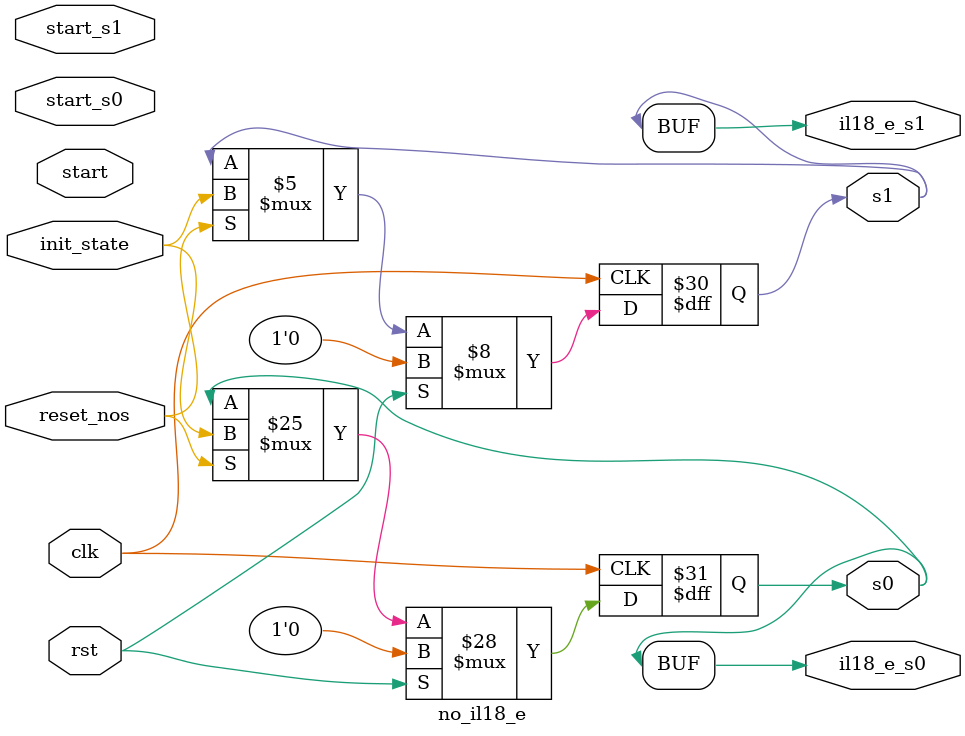
<source format=v>

module no_il18_e
(
  input clk,
  input start,
  input rst,
  input reset_nos,
  input start_s0,
  input start_s1,
  input init_state,
  output reg [1-1:0] s0,
  output reg [1-1:0] s1,
  output [1-1:0] il18_e_s0,
  output [1-1:0] il18_e_s1
);

  reg pass;

  always @(posedge clk) begin
    if(rst) begin
      s0 <= 1'd0;
      pass <= 1'b0;
    end else begin
      if(reset_nos) begin
        s0 <= init_state;
        pass <= 1;
      end else begin
        if(start_s0) begin
          if(pass) begin
            s0 <=  s0 ;
            pass <= 0;
          end else begin
            pass <= 1;
          end
        end 
      end
    end
  end


  always @(posedge clk) begin
    if(rst) begin
      s1 <= 1'd0;
    end else begin
      if(reset_nos) begin
        s1 <= init_state;
      end else begin
        if(start_s1) begin
          s1 <=  s1 ;
        end 
      end
    end
  end

  assign il18_e_s0 = s0;
  assign il18_e_s1 = s1;

endmodule

</source>
